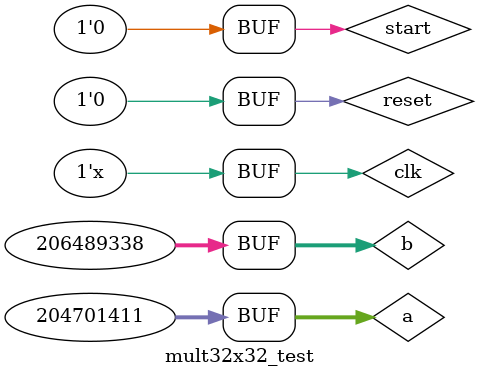
<source format=sv>
module mult32x32_test;

    logic clk;            // Clock
    logic reset;          // Reset
    logic start;          // Start signal
    logic [31:0] a;       // Input a
    logic [31:0] b;       // Input b
    logic busy;           // Multiplier busy indication
    logic [63:0] product; // Miltiplication product

// Put your code here
// ------------------
   mult32x32 test_inst(
        .clk(clk),
        .reset(reset),
        .start(start), 
        .a(a), 
        .b(b), 
        .busy(busy),
        .product(product)
     );
	 
 
	 initial begin
	 clk=1'b1;
	 a=32'd0;
	 b=32'd0;
	 reset=1'b1;
	 start=1'b0;
	 #80
	 reset=1'b0;
	 #20
	 a=32'd204701411;
	 b=32'd206489338;
	 #20
	 start=1'b1;
	 #20 
	 start=1'b0;
	 
	 end
	 always begin
       #10
	   clk = ~clk;
    end 
// End of your code

endmodule

</source>
